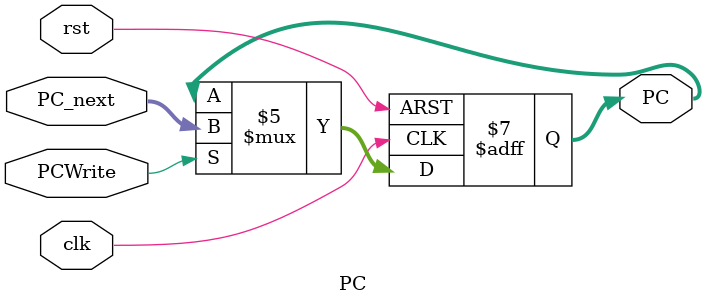
<source format=v>
module PC(PC_next, clk, rst, PC, PCWrite);

    input clk, rst;
    input PCWrite;
    input [31:0] PC_next;
    output reg [31:0] PC;

    always @(posedge clk or negedge rst) begin
        if(~rst)
            PC <='b0;
        else if (!PCWrite)
            PC <= PC;
        else
            PC <= PC_next;
    end
        
endmodule
</source>
